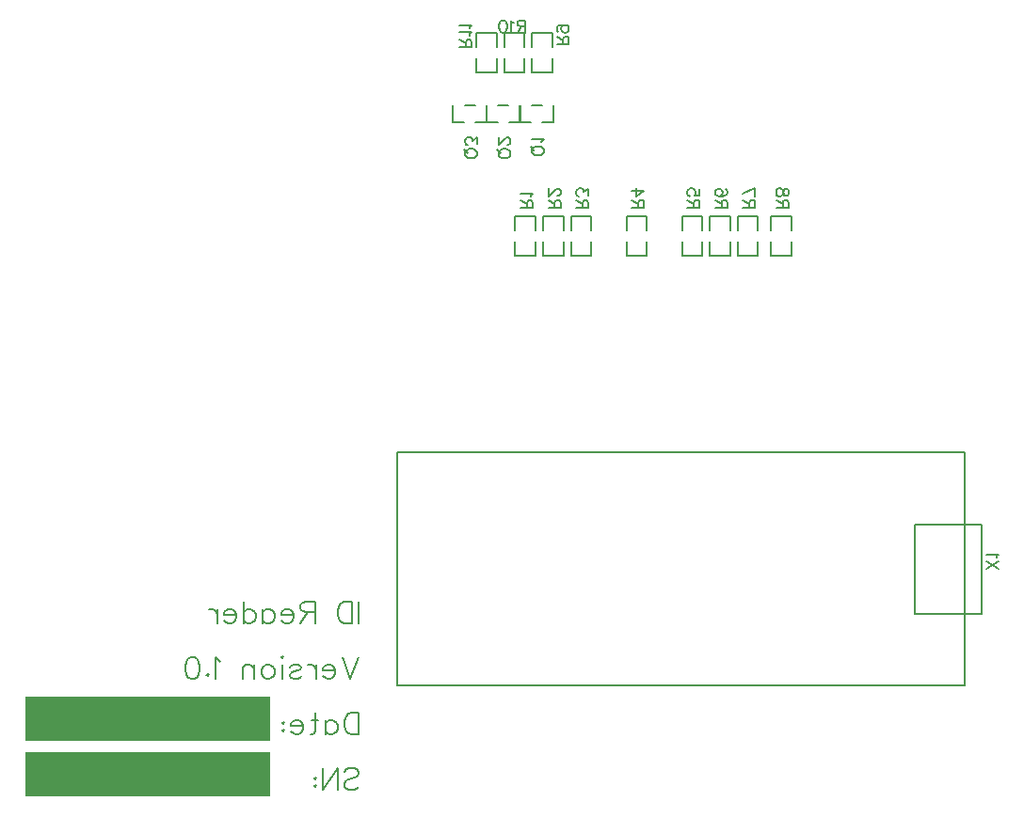
<source format=gbo>
G04 Layer: BottomSilkscreenLayer*
G04 EasyEDA v6.5.20, 2023-09-17 03:17:05*
G04 a67cddfb3fce44daa9051d46cbbcc19f,10*
G04 Gerber Generator version 0.2*
G04 Scale: 100 percent, Rotated: No, Reflected: No *
G04 Dimensions in millimeters *
G04 leading zeros omitted , absolute positions ,4 integer and 5 decimal *
%FSLAX45Y45*%
%MOMM*%

%ADD10C,0.2032*%
%ADD11C,0.1524*%
%ADD12C,0.1270*%

%LPD*%
D10*
X4499978Y2205052D02*
G01*
X4499978Y2011090D01*
X4439018Y2205052D02*
G01*
X4439018Y2011090D01*
X4439018Y2205052D02*
G01*
X4374362Y2205052D01*
X4346653Y2195817D01*
X4328182Y2177343D01*
X4318944Y2158870D01*
X4309709Y2131161D01*
X4309709Y2084981D01*
X4318944Y2057270D01*
X4328182Y2038799D01*
X4346653Y2020326D01*
X4374362Y2011090D01*
X4439018Y2011090D01*
X4106509Y2205052D02*
G01*
X4106509Y2011090D01*
X4106509Y2205052D02*
G01*
X4023382Y2205052D01*
X3995674Y2195817D01*
X3986436Y2186581D01*
X3977200Y2168108D01*
X3977200Y2149635D01*
X3986436Y2131161D01*
X3995674Y2121926D01*
X4023382Y2112690D01*
X4106509Y2112690D01*
X4041853Y2112690D02*
G01*
X3977200Y2011090D01*
X3916240Y2084981D02*
G01*
X3805402Y2084981D01*
X3805402Y2103452D01*
X3814640Y2121926D01*
X3823876Y2131161D01*
X3842349Y2140399D01*
X3870058Y2140399D01*
X3888531Y2131161D01*
X3907002Y2112690D01*
X3916240Y2084981D01*
X3916240Y2066508D01*
X3907002Y2038799D01*
X3888531Y2020326D01*
X3870058Y2011090D01*
X3842349Y2011090D01*
X3823876Y2020326D01*
X3805402Y2038799D01*
X3633607Y2140399D02*
G01*
X3633607Y2011090D01*
X3633607Y2112690D02*
G01*
X3652080Y2131161D01*
X3670554Y2140399D01*
X3698262Y2140399D01*
X3716733Y2131161D01*
X3735207Y2112690D01*
X3744442Y2084981D01*
X3744442Y2066508D01*
X3735207Y2038799D01*
X3716733Y2020326D01*
X3698262Y2011090D01*
X3670554Y2011090D01*
X3652080Y2020326D01*
X3633607Y2038799D01*
X3461811Y2205052D02*
G01*
X3461811Y2011090D01*
X3461811Y2112690D02*
G01*
X3480282Y2131161D01*
X3498756Y2140399D01*
X3526464Y2140399D01*
X3544938Y2131161D01*
X3563411Y2112690D01*
X3572647Y2084981D01*
X3572647Y2066508D01*
X3563411Y2038799D01*
X3544938Y2020326D01*
X3526464Y2011090D01*
X3498756Y2011090D01*
X3480282Y2020326D01*
X3461811Y2038799D01*
X3400851Y2084981D02*
G01*
X3290013Y2084981D01*
X3290013Y2103452D01*
X3299251Y2121926D01*
X3308487Y2131161D01*
X3326960Y2140399D01*
X3354669Y2140399D01*
X3373142Y2131161D01*
X3391613Y2112690D01*
X3400851Y2084981D01*
X3400851Y2066508D01*
X3391613Y2038799D01*
X3373142Y2020326D01*
X3354669Y2011090D01*
X3326960Y2011090D01*
X3308487Y2020326D01*
X3290013Y2038799D01*
X3229053Y2140399D02*
G01*
X3229053Y2011090D01*
X3229053Y2084981D02*
G01*
X3219818Y2112690D01*
X3201344Y2131161D01*
X3182874Y2140399D01*
X3155162Y2140399D01*
X4499970Y1705058D02*
G01*
X4426079Y1511096D01*
X4352188Y1705058D02*
G01*
X4426079Y1511096D01*
X4291228Y1584987D02*
G01*
X4180392Y1584987D01*
X4180392Y1603458D01*
X4189628Y1621932D01*
X4198866Y1631167D01*
X4217337Y1640405D01*
X4245046Y1640405D01*
X4263519Y1631167D01*
X4281992Y1612696D01*
X4291228Y1584987D01*
X4291228Y1566514D01*
X4281992Y1538805D01*
X4263519Y1520332D01*
X4245046Y1511096D01*
X4217337Y1511096D01*
X4198866Y1520332D01*
X4180392Y1538805D01*
X4119432Y1640405D02*
G01*
X4119432Y1511096D01*
X4119432Y1584987D02*
G01*
X4110194Y1612696D01*
X4091724Y1631167D01*
X4073250Y1640405D01*
X4045541Y1640405D01*
X3882981Y1612696D02*
G01*
X3892217Y1631167D01*
X3919926Y1640405D01*
X3947634Y1640405D01*
X3975346Y1631167D01*
X3984581Y1612696D01*
X3975346Y1594223D01*
X3956872Y1584987D01*
X3910690Y1575749D01*
X3892217Y1566514D01*
X3882981Y1548041D01*
X3882981Y1538805D01*
X3892217Y1520332D01*
X3919926Y1511096D01*
X3947634Y1511096D01*
X3975346Y1520332D01*
X3984581Y1538805D01*
X3822021Y1705058D02*
G01*
X3812786Y1695823D01*
X3803548Y1705058D01*
X3812786Y1714296D01*
X3822021Y1705058D01*
X3812786Y1640405D02*
G01*
X3812786Y1511096D01*
X3696406Y1640405D02*
G01*
X3714879Y1631167D01*
X3733352Y1612696D01*
X3742588Y1584987D01*
X3742588Y1566514D01*
X3733352Y1538805D01*
X3714879Y1520332D01*
X3696406Y1511096D01*
X3668697Y1511096D01*
X3650226Y1520332D01*
X3631752Y1538805D01*
X3622514Y1566514D01*
X3622514Y1584987D01*
X3631752Y1612696D01*
X3650226Y1631167D01*
X3668697Y1640405D01*
X3696406Y1640405D01*
X3561554Y1640405D02*
G01*
X3561554Y1511096D01*
X3561554Y1603458D02*
G01*
X3533846Y1631167D01*
X3515375Y1640405D01*
X3487666Y1640405D01*
X3469192Y1631167D01*
X3459954Y1603458D01*
X3459954Y1511096D01*
X3256754Y1668114D02*
G01*
X3238284Y1677349D01*
X3210575Y1705058D01*
X3210575Y1511096D01*
X3140377Y1557276D02*
G01*
X3149615Y1548041D01*
X3140377Y1538805D01*
X3131141Y1548041D01*
X3140377Y1557276D01*
X3014764Y1705058D02*
G01*
X3042472Y1695823D01*
X3060946Y1668114D01*
X3070181Y1621932D01*
X3070181Y1594223D01*
X3060946Y1548041D01*
X3042472Y1520332D01*
X3014764Y1511096D01*
X2996290Y1511096D01*
X2968581Y1520332D01*
X2950108Y1548041D01*
X2940872Y1594223D01*
X2940872Y1621932D01*
X2950108Y1668114D01*
X2968581Y1695823D01*
X2996290Y1705058D01*
X3014764Y1705058D01*
X4499960Y1205062D02*
G01*
X4499960Y1011100D01*
X4499960Y1205062D02*
G01*
X4435304Y1205062D01*
X4407595Y1195826D01*
X4389125Y1177353D01*
X4379887Y1158880D01*
X4370651Y1131171D01*
X4370651Y1084991D01*
X4379887Y1057280D01*
X4389125Y1038809D01*
X4407595Y1020335D01*
X4435304Y1011100D01*
X4499960Y1011100D01*
X4198856Y1140409D02*
G01*
X4198856Y1011100D01*
X4198856Y1112700D02*
G01*
X4217327Y1131171D01*
X4235800Y1140409D01*
X4263509Y1140409D01*
X4281982Y1131171D01*
X4300456Y1112700D01*
X4309691Y1084991D01*
X4309691Y1066518D01*
X4300456Y1038809D01*
X4281982Y1020335D01*
X4263509Y1011100D01*
X4235800Y1011100D01*
X4217327Y1020335D01*
X4198856Y1038809D01*
X4110184Y1205062D02*
G01*
X4110184Y1048044D01*
X4100949Y1020335D01*
X4082475Y1011100D01*
X4064005Y1011100D01*
X4137896Y1140409D02*
G01*
X4073240Y1140409D01*
X4003045Y1084991D02*
G01*
X3892207Y1084991D01*
X3892207Y1103462D01*
X3901445Y1121935D01*
X3910680Y1131171D01*
X3929153Y1140409D01*
X3956862Y1140409D01*
X3975336Y1131171D01*
X3993807Y1112700D01*
X4003045Y1084991D01*
X4003045Y1066518D01*
X3993807Y1038809D01*
X3975336Y1020335D01*
X3956862Y1011100D01*
X3929153Y1011100D01*
X3910680Y1020335D01*
X3892207Y1038809D01*
X3822011Y1121935D02*
G01*
X3831247Y1112700D01*
X3822011Y1103462D01*
X3812776Y1112700D01*
X3822011Y1121935D01*
X3822011Y1057280D02*
G01*
X3831247Y1048044D01*
X3822011Y1038809D01*
X3812776Y1048044D01*
X3822011Y1057280D01*
X4370651Y677354D02*
G01*
X4389125Y695827D01*
X4416833Y705063D01*
X4453778Y705063D01*
X4481487Y695827D01*
X4499960Y677354D01*
X4499960Y658881D01*
X4490725Y640410D01*
X4481487Y631172D01*
X4463016Y621936D01*
X4407595Y603463D01*
X4389125Y594227D01*
X4379887Y584992D01*
X4370651Y566519D01*
X4370651Y538810D01*
X4389125Y520336D01*
X4416833Y511101D01*
X4453778Y511101D01*
X4481487Y520336D01*
X4499960Y538810D01*
X4309691Y705063D02*
G01*
X4309691Y511101D01*
X4309691Y705063D02*
G01*
X4180382Y511101D01*
X4180382Y705063D02*
G01*
X4180382Y511101D01*
X4110184Y621936D02*
G01*
X4119422Y612701D01*
X4110184Y603463D01*
X4100949Y612701D01*
X4110184Y621936D01*
X4110184Y557281D02*
G01*
X4119422Y548045D01*
X4110184Y538810D01*
X4100949Y548045D01*
X4110184Y557281D01*
D11*
X6165303Y6256228D02*
G01*
X6160223Y6245814D01*
X6149809Y6235400D01*
X6139395Y6230066D01*
X6123647Y6224986D01*
X6097739Y6224986D01*
X6082245Y6230066D01*
X6071831Y6235400D01*
X6061417Y6245814D01*
X6056337Y6256228D01*
X6056337Y6277056D01*
X6061417Y6287216D01*
X6071831Y6297630D01*
X6082245Y6302964D01*
X6097739Y6308044D01*
X6123647Y6308044D01*
X6139395Y6302964D01*
X6149809Y6297630D01*
X6160223Y6287216D01*
X6165303Y6277056D01*
X6165303Y6256228D01*
X6076911Y6271722D02*
G01*
X6045923Y6302964D01*
X6144475Y6342334D02*
G01*
X6149809Y6352748D01*
X6165303Y6368496D01*
X6056337Y6368496D01*
X5865304Y6231229D02*
G01*
X5860224Y6220815D01*
X5849810Y6210401D01*
X5839396Y6205067D01*
X5823648Y6199987D01*
X5797740Y6199987D01*
X5782246Y6205067D01*
X5771832Y6210401D01*
X5761418Y6220815D01*
X5756338Y6231229D01*
X5756338Y6252057D01*
X5761418Y6262217D01*
X5771832Y6272631D01*
X5782246Y6277965D01*
X5797740Y6283045D01*
X5823648Y6283045D01*
X5839396Y6277965D01*
X5849810Y6272631D01*
X5860224Y6262217D01*
X5865304Y6252057D01*
X5865304Y6231229D01*
X5776912Y6246723D02*
G01*
X5745924Y6277965D01*
X5839396Y6322669D02*
G01*
X5844476Y6322669D01*
X5854890Y6327749D01*
X5860224Y6333083D01*
X5865304Y6343497D01*
X5865304Y6364071D01*
X5860224Y6374485D01*
X5854890Y6379819D01*
X5844476Y6384899D01*
X5834062Y6384899D01*
X5823648Y6379819D01*
X5808154Y6369405D01*
X5756338Y6317335D01*
X5756338Y6390233D01*
X5565305Y6231229D02*
G01*
X5560225Y6220815D01*
X5549811Y6210401D01*
X5539397Y6205067D01*
X5523649Y6199987D01*
X5497741Y6199987D01*
X5482247Y6205067D01*
X5471833Y6210401D01*
X5461419Y6220815D01*
X5456339Y6231229D01*
X5456339Y6252057D01*
X5461419Y6262217D01*
X5471833Y6272631D01*
X5482247Y6277965D01*
X5497741Y6283045D01*
X5523649Y6283045D01*
X5539397Y6277965D01*
X5549811Y6272631D01*
X5560225Y6262217D01*
X5565305Y6252057D01*
X5565305Y6231229D01*
X5476913Y6246723D02*
G01*
X5445925Y6277965D01*
X5565305Y6327749D02*
G01*
X5565305Y6384899D01*
X5523649Y6353657D01*
X5523649Y6369405D01*
X5518569Y6379819D01*
X5513489Y6384899D01*
X5497741Y6390233D01*
X5487327Y6390233D01*
X5471833Y6384899D01*
X5461419Y6374485D01*
X5456339Y6358991D01*
X5456339Y6343497D01*
X5461419Y6327749D01*
X5466499Y6322669D01*
X5476913Y6317335D01*
X6000000Y7440300D02*
G01*
X6000000Y7331334D01*
X6000000Y7440300D02*
G01*
X5953264Y7440300D01*
X5937770Y7435220D01*
X5932436Y7429886D01*
X5927356Y7419472D01*
X5927356Y7409058D01*
X5932436Y7398644D01*
X5937770Y7393564D01*
X5953264Y7388484D01*
X6000000Y7388484D01*
X5963678Y7388484D02*
G01*
X5927356Y7331334D01*
X5893066Y7419472D02*
G01*
X5882652Y7424806D01*
X5866904Y7440300D01*
X5866904Y7331334D01*
X5801626Y7440300D02*
G01*
X5817120Y7435220D01*
X5827534Y7419472D01*
X5832614Y7393564D01*
X5832614Y7378070D01*
X5827534Y7351908D01*
X5817120Y7336414D01*
X5801626Y7331334D01*
X5791212Y7331334D01*
X5775464Y7336414D01*
X5765050Y7351908D01*
X5759970Y7378070D01*
X5759970Y7393564D01*
X5765050Y7419472D01*
X5775464Y7435220D01*
X5791212Y7440300D01*
X5801626Y7440300D01*
X5515317Y7199972D02*
G01*
X5406351Y7199972D01*
X5515317Y7199972D02*
G01*
X5515317Y7246708D01*
X5510237Y7262202D01*
X5504903Y7267536D01*
X5494489Y7272616D01*
X5484075Y7272616D01*
X5473661Y7267536D01*
X5468581Y7262202D01*
X5463501Y7246708D01*
X5463501Y7199972D01*
X5463501Y7236294D02*
G01*
X5406351Y7272616D01*
X5494489Y7306906D02*
G01*
X5499823Y7317320D01*
X5515317Y7333068D01*
X5406351Y7333068D01*
X5494489Y7367358D02*
G01*
X5499823Y7377772D01*
X5515317Y7393266D01*
X5406351Y7393266D01*
X6390444Y7224971D02*
G01*
X6281224Y7224971D01*
X6390444Y7224971D02*
G01*
X6390444Y7271707D01*
X6385110Y7287201D01*
X6380030Y7292535D01*
X6369616Y7297615D01*
X6359202Y7297615D01*
X6348788Y7292535D01*
X6343454Y7287201D01*
X6338374Y7271707D01*
X6338374Y7224971D01*
X6338374Y7261293D02*
G01*
X6281224Y7297615D01*
X6353868Y7399469D02*
G01*
X6338374Y7394389D01*
X6327960Y7383975D01*
X6322880Y7368481D01*
X6322880Y7363147D01*
X6327960Y7347653D01*
X6338374Y7337239D01*
X6353868Y7331905D01*
X6359202Y7331905D01*
X6374696Y7337239D01*
X6385110Y7347653D01*
X6390444Y7363147D01*
X6390444Y7368481D01*
X6385110Y7383975D01*
X6374696Y7394389D01*
X6353868Y7399469D01*
X6327960Y7399469D01*
X6302052Y7394389D01*
X6286304Y7383975D01*
X6281224Y7368481D01*
X6281224Y7358067D01*
X6286304Y7342319D01*
X6296718Y7337239D01*
X6065339Y5750102D02*
G01*
X5956236Y5750102D01*
X6065339Y5750102D02*
G01*
X6065339Y5796861D01*
X6060145Y5812447D01*
X6054948Y5817643D01*
X6044557Y5822838D01*
X6034166Y5822838D01*
X6023775Y5817643D01*
X6018580Y5812447D01*
X6013386Y5796861D01*
X6013386Y5750102D01*
X6013386Y5786470D02*
G01*
X5956236Y5822838D01*
X6044557Y5857128D02*
G01*
X6049754Y5867519D01*
X6065339Y5883107D01*
X5956236Y5883107D01*
X6315326Y5750102D02*
G01*
X6206223Y5750102D01*
X6315326Y5750102D02*
G01*
X6315326Y5796861D01*
X6310132Y5812447D01*
X6304935Y5817643D01*
X6294544Y5822838D01*
X6284153Y5822838D01*
X6273761Y5817643D01*
X6268567Y5812447D01*
X6263373Y5796861D01*
X6263373Y5750102D01*
X6263373Y5786470D02*
G01*
X6206223Y5822838D01*
X6289349Y5862325D02*
G01*
X6294544Y5862325D01*
X6304935Y5867519D01*
X6310132Y5872716D01*
X6315326Y5883107D01*
X6315326Y5903887D01*
X6310132Y5914278D01*
X6304935Y5919475D01*
X6294544Y5924669D01*
X6284153Y5924669D01*
X6273761Y5919475D01*
X6258176Y5909083D01*
X6206223Y5857128D01*
X6206223Y5929866D01*
X6565338Y5750102D02*
G01*
X6456235Y5750102D01*
X6565338Y5750102D02*
G01*
X6565338Y5796861D01*
X6560144Y5812447D01*
X6554947Y5817643D01*
X6544556Y5822838D01*
X6534165Y5822838D01*
X6523774Y5817643D01*
X6518579Y5812447D01*
X6513385Y5796861D01*
X6513385Y5750102D01*
X6513385Y5786470D02*
G01*
X6456235Y5822838D01*
X6565338Y5867519D02*
G01*
X6565338Y5924669D01*
X6523774Y5893498D01*
X6523774Y5909083D01*
X6518579Y5919475D01*
X6513385Y5924669D01*
X6497797Y5929866D01*
X6487406Y5929866D01*
X6471820Y5924669D01*
X6461429Y5914278D01*
X6456235Y5898692D01*
X6456235Y5883107D01*
X6461429Y5867519D01*
X6466624Y5862325D01*
X6477015Y5857128D01*
X7065337Y5750102D02*
G01*
X6956234Y5750102D01*
X7065337Y5750102D02*
G01*
X7065337Y5796861D01*
X7060143Y5812447D01*
X7054946Y5817643D01*
X7044555Y5822838D01*
X7034164Y5822838D01*
X7023773Y5817643D01*
X7018578Y5812447D01*
X7013384Y5796861D01*
X7013384Y5750102D01*
X7013384Y5786470D02*
G01*
X6956234Y5822838D01*
X7065337Y5909083D02*
G01*
X6992602Y5857128D01*
X6992602Y5935060D01*
X7065337Y5909083D02*
G01*
X6956234Y5909083D01*
X7565336Y5750102D02*
G01*
X7456233Y5750102D01*
X7565336Y5750102D02*
G01*
X7565336Y5796861D01*
X7560142Y5812447D01*
X7554945Y5817643D01*
X7544554Y5822838D01*
X7534163Y5822838D01*
X7523772Y5817643D01*
X7518577Y5812447D01*
X7513383Y5796861D01*
X7513383Y5750102D01*
X7513383Y5786470D02*
G01*
X7456233Y5822838D01*
X7565336Y5919475D02*
G01*
X7565336Y5867519D01*
X7518577Y5862325D01*
X7523772Y5867519D01*
X7528968Y5883107D01*
X7528968Y5898692D01*
X7523772Y5914278D01*
X7513383Y5924669D01*
X7497795Y5929866D01*
X7487404Y5929866D01*
X7471818Y5924669D01*
X7461427Y5914278D01*
X7456233Y5898692D01*
X7456233Y5883107D01*
X7461427Y5867519D01*
X7466622Y5862325D01*
X7477013Y5857128D01*
X7815323Y5750102D02*
G01*
X7706220Y5750102D01*
X7815323Y5750102D02*
G01*
X7815323Y5796861D01*
X7810129Y5812447D01*
X7804932Y5817643D01*
X7794541Y5822838D01*
X7784150Y5822838D01*
X7773758Y5817643D01*
X7768564Y5812447D01*
X7763370Y5796861D01*
X7763370Y5750102D01*
X7763370Y5786470D02*
G01*
X7706220Y5822838D01*
X7799738Y5919475D02*
G01*
X7810129Y5914278D01*
X7815323Y5898692D01*
X7815323Y5888301D01*
X7810129Y5872716D01*
X7794541Y5862325D01*
X7768564Y5857128D01*
X7742588Y5857128D01*
X7721805Y5862325D01*
X7711414Y5872716D01*
X7706220Y5888301D01*
X7706220Y5893498D01*
X7711414Y5909083D01*
X7721805Y5919475D01*
X7737391Y5924669D01*
X7742588Y5924669D01*
X7758173Y5919475D01*
X7768564Y5909083D01*
X7773758Y5893498D01*
X7773758Y5888301D01*
X7768564Y5872716D01*
X7758173Y5862325D01*
X7742588Y5857128D01*
X8065335Y5750102D02*
G01*
X7956232Y5750102D01*
X8065335Y5750102D02*
G01*
X8065335Y5796861D01*
X8060141Y5812447D01*
X8054944Y5817643D01*
X8044553Y5822838D01*
X8034162Y5822838D01*
X8023771Y5817643D01*
X8018576Y5812447D01*
X8013382Y5796861D01*
X8013382Y5750102D01*
X8013382Y5786470D02*
G01*
X7956232Y5822838D01*
X8065335Y5929866D02*
G01*
X7956232Y5877910D01*
X8065335Y5857128D02*
G01*
X8065335Y5929866D01*
X8365335Y5750102D02*
G01*
X8256231Y5750102D01*
X8365335Y5750102D02*
G01*
X8365335Y5796861D01*
X8360140Y5812447D01*
X8354943Y5817643D01*
X8344552Y5822838D01*
X8334161Y5822838D01*
X8323770Y5817643D01*
X8318576Y5812447D01*
X8313381Y5796861D01*
X8313381Y5750102D01*
X8313381Y5786470D02*
G01*
X8256231Y5822838D01*
X8365335Y5883107D02*
G01*
X8360140Y5867519D01*
X8349749Y5862325D01*
X8339358Y5862325D01*
X8328967Y5867519D01*
X8323770Y5877910D01*
X8318576Y5898692D01*
X8313381Y5914278D01*
X8302990Y5924669D01*
X8292599Y5929866D01*
X8277011Y5929866D01*
X8266620Y5924669D01*
X8261426Y5919475D01*
X8256231Y5903887D01*
X8256231Y5883107D01*
X8261426Y5867519D01*
X8266620Y5862325D01*
X8277011Y5857128D01*
X8292599Y5857128D01*
X8302990Y5862325D01*
X8313381Y5872716D01*
X8318576Y5888301D01*
X8323770Y5909083D01*
X8328967Y5919475D01*
X8339358Y5924669D01*
X8349749Y5924669D01*
X8360140Y5919475D01*
X8365335Y5903887D01*
X8365335Y5883107D01*
X10258397Y2500121D02*
G01*
X10149293Y2572857D01*
X10258397Y2572857D02*
G01*
X10149293Y2500121D01*
X10237614Y2607147D02*
G01*
X10242811Y2617538D01*
X10258397Y2633126D01*
X10149293Y2633126D01*
G36*
X1499971Y850036D02*
G01*
X1499971Y450037D01*
X3699967Y450037D01*
X3699967Y850036D01*
G37*
G36*
X1499971Y1350010D02*
G01*
X1499971Y950010D01*
X3699967Y950010D01*
X3699967Y1350010D01*
G37*
X6252608Y6672607D02*
G01*
X6252608Y6527365D01*
X6149446Y6527365D01*
X5947366Y6672607D02*
G01*
X5947366Y6527365D01*
X6050528Y6527365D01*
X6145527Y6672607D02*
G01*
X6054448Y6672607D01*
X5952609Y6672607D02*
G01*
X5952609Y6527365D01*
X5849447Y6527365D01*
X5647367Y6672607D02*
G01*
X5647367Y6527365D01*
X5750529Y6527365D01*
X5845528Y6672607D02*
G01*
X5754448Y6672607D01*
X5652609Y6672607D02*
G01*
X5652609Y6527365D01*
X5549447Y6527365D01*
X5347368Y6672607D02*
G01*
X5347368Y6527365D01*
X5450530Y6527365D01*
X5545528Y6672607D02*
G01*
X5454449Y6672607D01*
X5991697Y7102365D02*
G01*
X5991697Y6973872D01*
X5808278Y6973872D01*
X5808278Y7102365D01*
X5991697Y7197605D02*
G01*
X5991697Y7326099D01*
X5808278Y7326099D01*
X5808278Y7197605D01*
X5741697Y7102365D02*
G01*
X5741697Y6973872D01*
X5558279Y6973872D01*
X5558279Y7102365D01*
X5741697Y7197605D02*
G01*
X5741697Y7326099D01*
X5558279Y7326099D01*
X5558279Y7197605D01*
X6241696Y7102365D02*
G01*
X6241696Y6973872D01*
X6058278Y6973872D01*
X6058278Y7102365D01*
X6241696Y7197605D02*
G01*
X6241696Y7326099D01*
X6058278Y7326099D01*
X6058278Y7197605D01*
X5908278Y5547608D02*
G01*
X5908278Y5676102D01*
X6091697Y5676102D01*
X6091697Y5547608D01*
X5908278Y5452369D02*
G01*
X5908278Y5323875D01*
X6091697Y5323875D01*
X6091697Y5452369D01*
X6158214Y5547608D02*
G01*
X6158214Y5676102D01*
X6341633Y5676102D01*
X6341633Y5547608D01*
X6158214Y5452369D02*
G01*
X6158214Y5323875D01*
X6341633Y5323875D01*
X6341633Y5452369D01*
X6408404Y5547608D02*
G01*
X6408404Y5676102D01*
X6591823Y5676102D01*
X6591823Y5547608D01*
X6408404Y5452369D02*
G01*
X6408404Y5323875D01*
X6591823Y5323875D01*
X6591823Y5452369D01*
X6908276Y5547608D02*
G01*
X6908276Y5676102D01*
X7091695Y5676102D01*
X7091695Y5547608D01*
X6908276Y5452369D02*
G01*
X6908276Y5323875D01*
X7091695Y5323875D01*
X7091695Y5452369D01*
X7408402Y5547608D02*
G01*
X7408402Y5676102D01*
X7591821Y5676102D01*
X7591821Y5547608D01*
X7408402Y5452369D02*
G01*
X7408402Y5323875D01*
X7591821Y5323875D01*
X7591821Y5452369D01*
X7658338Y5547608D02*
G01*
X7658338Y5676102D01*
X7841757Y5676102D01*
X7841757Y5547608D01*
X7658338Y5452369D02*
G01*
X7658338Y5323875D01*
X7841757Y5323875D01*
X7841757Y5452369D01*
X7908274Y5547608D02*
G01*
X7908274Y5676102D01*
X8091693Y5676102D01*
X8091693Y5547608D01*
X7908274Y5452369D02*
G01*
X7908274Y5323875D01*
X8091693Y5323875D01*
X8091693Y5452369D01*
X8208248Y5547608D02*
G01*
X8208248Y5676102D01*
X8391667Y5676102D01*
X8391667Y5547608D01*
X8208248Y5452369D02*
G01*
X8208248Y5323875D01*
X8391667Y5323875D01*
X8391667Y5452369D01*
D12*
X9949967Y1449984D02*
G01*
X9949967Y2099995D01*
X9949967Y2899994D01*
X9949967Y3550005D01*
X4849977Y3550005D01*
X4849977Y1449984D01*
X9949967Y1449984D01*
X9949967Y2899994D02*
G01*
X9499981Y2899994D01*
X9499981Y2099995D01*
X9949967Y2099995D01*
X10099979Y2099995D01*
X10099979Y2899994D01*
X9949967Y2899994D01*
M02*

</source>
